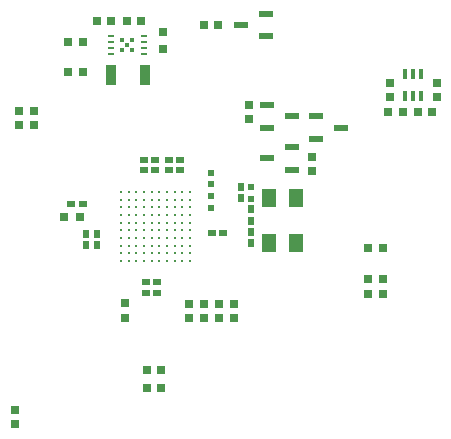
<source format=gbp>
%FSLAX43Y43*%
%MOMM*%
G71*
G01*
G75*
G04 Layer_Color=128*
%ADD10R,1.000X2.250*%
%ADD11R,0.800X0.650*%
%ADD12R,1.200X1.200*%
%ADD13R,1.200X1.200*%
%ADD14R,0.500X0.650*%
%ADD15R,0.700X0.700*%
%ADD16R,0.550X0.600*%
%ADD17R,0.650X0.800*%
%ADD18R,0.900X0.600*%
%ADD19R,0.600X0.900*%
%ADD20R,0.762X0.762*%
%ADD21R,0.950X1.750*%
%ADD22R,1.000X0.950*%
%ADD23R,1.600X1.300*%
%ADD24R,0.600X0.500*%
%ADD25R,1.100X1.000*%
%ADD26R,1.100X0.600*%
%ADD27R,0.254X1.524*%
%ADD28R,0.254X1.524*%
%ADD29R,1.524X0.254*%
%ADD30R,1.524X0.254*%
%ADD31R,1.524X0.254*%
%ADD32R,0.254X1.524*%
%ADD33R,1.524X0.254*%
%ADD34R,1.524X0.254*%
%ADD35R,0.254X1.524*%
%ADD36R,0.254X1.524*%
%ADD37R,0.254X1.524*%
%ADD38R,1.600X1.000*%
%ADD39R,2.500X3.000*%
%ADD40R,0.400X1.400*%
%ADD41R,2.300X1.900*%
%ADD42R,1.775X1.900*%
%ADD43C,0.125*%
%ADD44C,0.150*%
%ADD45C,0.175*%
%ADD46C,0.200*%
%ADD47C,0.180*%
%ADD48C,0.300*%
%ADD49R,0.900X0.300*%
%ADD50C,3.600*%
%ADD51R,1.700X1.700*%
%ADD52C,1.700*%
%ADD53R,1.700X1.700*%
%ADD54C,0.350*%
%ADD55C,0.380*%
%ADD56C,0.550*%
%ADD57C,0.500*%
G04:AMPARAMS|DCode=58|XSize=4.224mm|YSize=4.224mm|CornerRadius=0mm|HoleSize=0mm|Usage=FLASHONLY|Rotation=0.000|XOffset=0mm|YOffset=0mm|HoleType=Round|Shape=Relief|Width=0.254mm|Gap=0.254mm|Entries=4|*
%AMTHD58*
7,0,0,4.224,3.716,0.254,45*
%
%ADD58THD58*%
%ADD59C,1.400*%
G04:AMPARAMS|DCode=60|XSize=2.524mm|YSize=2.524mm|CornerRadius=0mm|HoleSize=0mm|Usage=FLASHONLY|Rotation=0.000|XOffset=0mm|YOffset=0mm|HoleType=Round|Shape=Relief|Width=0.254mm|Gap=0.254mm|Entries=4|*
%AMTHD60*
7,0,0,2.524,2.016,0.254,45*
%
%ADD60THD60*%
%ADD61C,0.650*%
%ADD62C,3.100*%
%ADD63C,0.800*%
%ADD64R,1.300X0.600*%
%ADD65C,1.270*%
%ADD66R,0.650X0.500*%
%ADD67R,0.762X0.762*%
%ADD68R,0.350X0.850*%
%ADD69C,0.280*%
%ADD70R,0.600X0.250*%
%ADD71R,1.600X1.500*%
%ADD72R,1.300X1.600*%
%ADD73C,0.254*%
%ADD74C,0.250*%
%ADD75C,0.100*%
%ADD76C,0.229*%
%ADD77C,0.112*%
%ADD78R,2.100X2.100*%
%ADD79R,2.100X2.100*%
%ADD80R,1.700X1.700*%
%ADD81R,0.900X0.510*%
%ADD82R,1.100X2.350*%
%ADD83R,0.900X0.750*%
%ADD84R,1.300X1.300*%
%ADD85R,1.300X1.300*%
%ADD86R,0.600X0.750*%
%ADD87R,0.800X0.800*%
%ADD88R,0.650X0.700*%
%ADD89R,0.750X0.900*%
%ADD90R,1.000X0.700*%
%ADD91R,0.700X1.000*%
%ADD92R,0.862X0.862*%
%ADD93R,1.050X1.850*%
%ADD94R,1.100X1.050*%
%ADD95R,1.700X1.400*%
%ADD96R,0.700X0.600*%
%ADD97R,1.200X1.100*%
%ADD98R,1.200X0.700*%
%ADD99R,0.406X1.676*%
%ADD100R,0.406X1.676*%
%ADD101R,1.676X0.406*%
%ADD102R,1.676X0.406*%
%ADD103R,1.676X0.406*%
%ADD104R,0.406X1.676*%
%ADD105R,1.676X0.406*%
%ADD106R,1.676X0.406*%
%ADD107R,0.406X1.676*%
%ADD108R,0.406X1.676*%
%ADD109R,0.406X1.676*%
%ADD110R,1.700X1.100*%
%ADD111R,2.600X3.100*%
%ADD112R,0.500X1.500*%
%ADD113R,2.400X2.000*%
%ADD114R,1.875X2.000*%
%ADD115C,3.700*%
%ADD116R,1.800X1.800*%
%ADD117C,1.800*%
%ADD118R,1.800X1.800*%
%ADD119C,0.900*%
%ADD120R,1.400X0.700*%
%ADD121C,1.370*%
%ADD122R,0.750X0.600*%
%ADD123R,0.862X0.862*%
%ADD124R,0.450X0.950*%
%ADD125R,0.700X0.350*%
%ADD126R,1.700X1.600*%
%ADD127R,1.400X1.700*%
%ADD128C,0.400*%
%ADD129R,0.200X0.100*%
D11*
X-25750Y-34425D02*
D03*
X-24550D02*
D03*
X-25750Y-32950D02*
D03*
X-24550D02*
D03*
X-31190Y-5165D02*
D03*
X-32390D02*
D03*
X-30000Y-3400D02*
D03*
X-28800D02*
D03*
X-20925Y-3675D02*
D03*
X-19725D02*
D03*
X-32390Y-7665D02*
D03*
X-31190D02*
D03*
X-1600Y-11100D02*
D03*
X-2800D02*
D03*
X-4100D02*
D03*
X-5300D02*
D03*
X-7000Y-26500D02*
D03*
X-5800D02*
D03*
X-7000Y-25200D02*
D03*
X-5800D02*
D03*
X-7000Y-22600D02*
D03*
X-5800D02*
D03*
X-27475Y-3400D02*
D03*
X-26275D02*
D03*
D14*
X-16900Y-19325D02*
D03*
Y-20275D02*
D03*
X-17800Y-17425D02*
D03*
Y-18375D02*
D03*
X-30000Y-21425D02*
D03*
Y-22375D02*
D03*
X-30875Y-21425D02*
D03*
Y-22375D02*
D03*
X-16900Y-22175D02*
D03*
Y-21225D02*
D03*
D15*
X-32775Y-20000D02*
D03*
X-31375D02*
D03*
D16*
X-20300Y-19200D02*
D03*
Y-18200D02*
D03*
X-16900Y-17400D02*
D03*
Y-18400D02*
D03*
X-20300Y-16200D02*
D03*
Y-17200D02*
D03*
D17*
X-36600Y-10950D02*
D03*
Y-12150D02*
D03*
X-35325Y-12150D02*
D03*
Y-10950D02*
D03*
X-17100Y-11700D02*
D03*
Y-10500D02*
D03*
X-11800Y-16100D02*
D03*
Y-14900D02*
D03*
X-5200Y-8600D02*
D03*
Y-9800D02*
D03*
X-1200Y-9800D02*
D03*
Y-8600D02*
D03*
X-27575Y-27275D02*
D03*
Y-28475D02*
D03*
X-36950Y-36275D02*
D03*
Y-37475D02*
D03*
X-22175Y-27300D02*
D03*
Y-28500D02*
D03*
X-20900Y-27300D02*
D03*
Y-28500D02*
D03*
X-19625Y-27300D02*
D03*
Y-28500D02*
D03*
X-18350Y-27300D02*
D03*
Y-28500D02*
D03*
D21*
X-25875Y-7975D02*
D03*
X-28825D02*
D03*
D64*
X-13450Y-11450D02*
D03*
X-15550Y-10500D02*
D03*
Y-12400D02*
D03*
Y-15000D02*
D03*
X-13450Y-15950D02*
D03*
Y-14050D02*
D03*
X-17744Y-3700D02*
D03*
X-15644Y-4650D02*
D03*
Y-2750D02*
D03*
X-9350Y-12400D02*
D03*
X-11450Y-11450D02*
D03*
Y-13350D02*
D03*
D66*
X-31200Y-18900D02*
D03*
X-32150D02*
D03*
X-25025Y-15100D02*
D03*
X-25975D02*
D03*
X-25025Y-16000D02*
D03*
X-25975D02*
D03*
X-23875Y-15100D02*
D03*
X-22925D02*
D03*
X-23875Y-16000D02*
D03*
X-22925D02*
D03*
X-20275Y-21300D02*
D03*
X-19325D02*
D03*
X-25850Y-25500D02*
D03*
X-24900D02*
D03*
X-25850Y-26400D02*
D03*
X-24900D02*
D03*
D67*
X-24425Y-5699D02*
D03*
Y-4301D02*
D03*
D68*
X-3875Y-9725D02*
D03*
X-3225D02*
D03*
X-2575D02*
D03*
Y-7875D02*
D03*
X-3225D02*
D03*
X-3875D02*
D03*
D69*
X-22100Y-23700D02*
D03*
Y-23050D02*
D03*
Y-22400D02*
D03*
Y-21750D02*
D03*
Y-20450D02*
D03*
Y-19800D02*
D03*
Y-19150D02*
D03*
Y-21100D02*
D03*
X-22750D02*
D03*
X-23400D02*
D03*
X-24050D02*
D03*
X-24700D02*
D03*
X-25350D02*
D03*
X-26000D02*
D03*
X-26650D02*
D03*
X-27300D02*
D03*
X-27950D02*
D03*
X-22750Y-23700D02*
D03*
X-23400D02*
D03*
X-24050D02*
D03*
X-24700D02*
D03*
X-25350D02*
D03*
X-26000D02*
D03*
X-26650D02*
D03*
X-27300D02*
D03*
X-27950D02*
D03*
X-22750Y-23050D02*
D03*
X-23400D02*
D03*
X-24050D02*
D03*
X-24700D02*
D03*
X-25350D02*
D03*
X-26000D02*
D03*
X-26650D02*
D03*
X-27300D02*
D03*
X-27950D02*
D03*
X-22750Y-22400D02*
D03*
X-23400D02*
D03*
X-24050D02*
D03*
X-24700D02*
D03*
X-25350D02*
D03*
X-26000D02*
D03*
X-26650D02*
D03*
X-27300D02*
D03*
X-27950D02*
D03*
X-22750Y-21750D02*
D03*
X-23400D02*
D03*
X-24050D02*
D03*
X-24700D02*
D03*
X-25350D02*
D03*
X-26000D02*
D03*
X-26650D02*
D03*
X-27300D02*
D03*
X-27950D02*
D03*
X-22750Y-20450D02*
D03*
X-23400D02*
D03*
X-24050D02*
D03*
X-24700D02*
D03*
X-25350D02*
D03*
X-26000D02*
D03*
X-26650D02*
D03*
X-27300D02*
D03*
X-27950D02*
D03*
X-22750Y-19800D02*
D03*
X-23400D02*
D03*
X-24050D02*
D03*
X-24700D02*
D03*
X-25350D02*
D03*
X-26000D02*
D03*
X-26650D02*
D03*
X-27300D02*
D03*
X-27950D02*
D03*
X-22750Y-19150D02*
D03*
X-23400D02*
D03*
X-24050D02*
D03*
X-24700D02*
D03*
X-25350D02*
D03*
X-26000D02*
D03*
X-26650D02*
D03*
X-27300D02*
D03*
X-27950D02*
D03*
X-22100Y-18500D02*
D03*
X-22750D02*
D03*
X-23400D02*
D03*
X-24050D02*
D03*
X-24700D02*
D03*
X-25350D02*
D03*
X-26000D02*
D03*
X-26650D02*
D03*
X-27300D02*
D03*
X-27950D02*
D03*
X-22100Y-17850D02*
D03*
X-22750D02*
D03*
X-23400D02*
D03*
X-24050D02*
D03*
X-24700D02*
D03*
X-25350D02*
D03*
X-26000D02*
D03*
X-26650D02*
D03*
X-27300D02*
D03*
X-27950D02*
D03*
D70*
X-28825Y-4650D02*
D03*
Y-5150D02*
D03*
Y-6150D02*
D03*
Y-5650D02*
D03*
X-26025D02*
D03*
Y-6150D02*
D03*
Y-5150D02*
D03*
Y-4650D02*
D03*
D72*
X-15400Y-22150D02*
D03*
Y-18350D02*
D03*
X-13100D02*
D03*
Y-22150D02*
D03*
D128*
X-27425Y-5400D02*
D03*
X-27850Y-5800D02*
D03*
X-27000D02*
D03*
Y-5000D02*
D03*
X-27850D02*
D03*
D129*
X-27425Y-5400D02*
D03*
M02*

</source>
